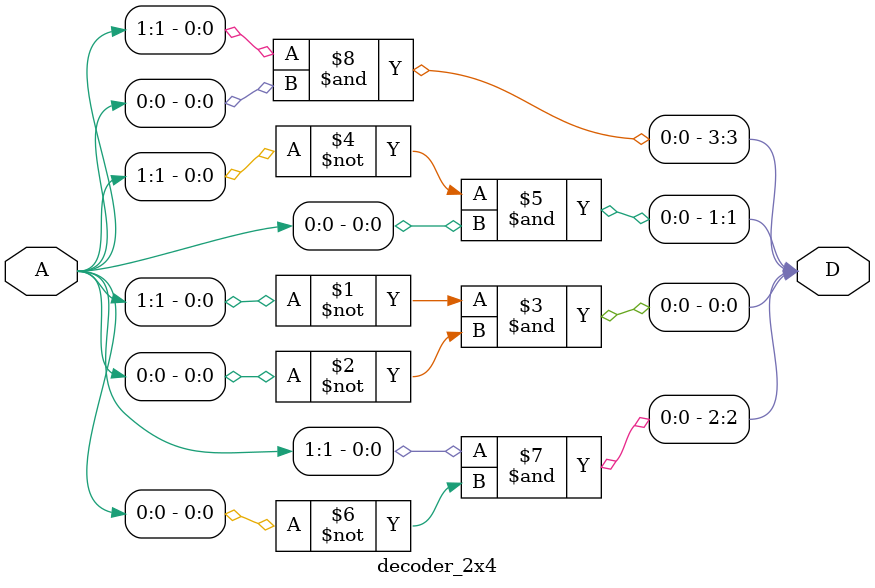
<source format=v>
module decoder_2x4(
    input[1:0] A,
    output[3:0] D
);
    assign D[0] = ~A[1] & ~A[0];
    assign D[1] = ~A[1] & A[0];
    assign D[2] = A[1] & ~A[0];
    assign D[3] = A[1] & A[0];
endmodule
</source>
